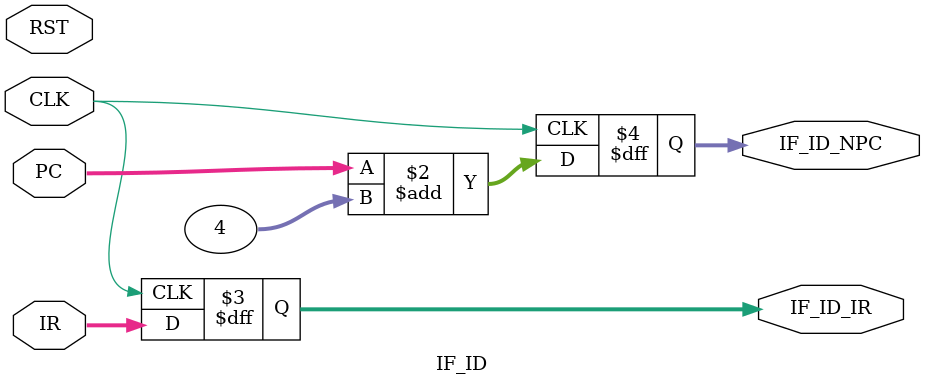
<source format=v>
`timescale 1ns / 1ps


module IF_ID(
    input CLK,RST,
    input [31:0] PC,IR,
    output reg [31:0] IF_ID_IR,IF_ID_NPC
    );
    always@(negedge CLK)
    begin
        IF_ID_IR <= IR;
        IF_ID_NPC <= PC + 32'h0004;
    end
    
endmodule

</source>
